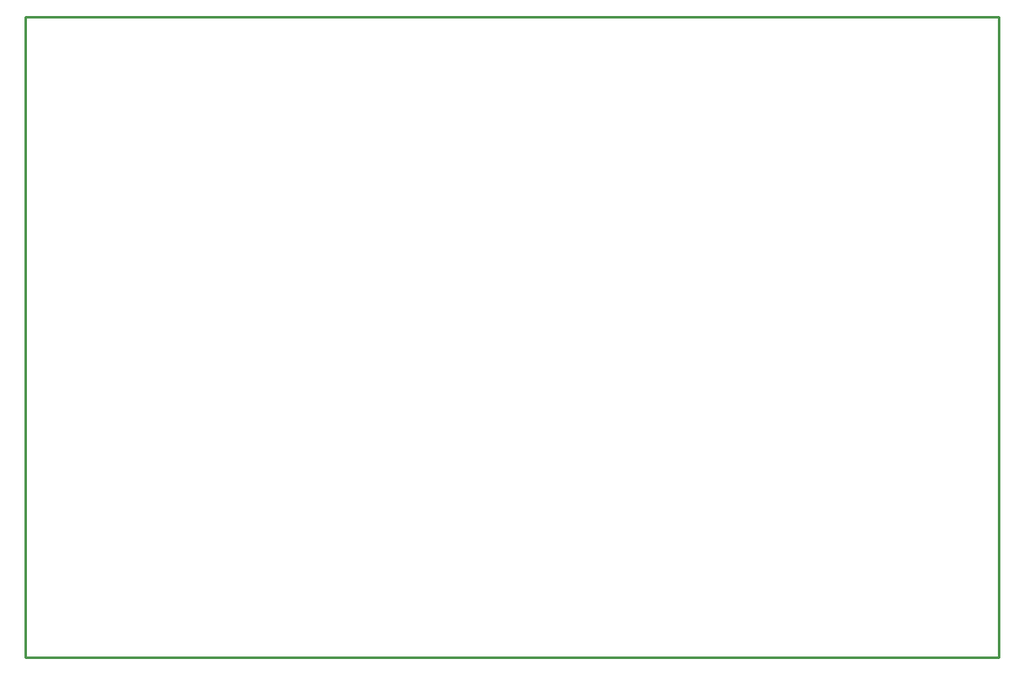
<source format=gbr>
G04 EAGLE Gerber RS-274X export*
G75*
%MOMM*%
%FSLAX34Y34*%
%LPD*%
%IN*%
%IPPOS*%
%AMOC8*
5,1,8,0,0,1.08239X$1,22.5*%
G01*
%ADD10C,0.254000*%


D10*
X0Y0D02*
X977700Y0D01*
X977700Y644400D01*
X0Y644400D01*
X0Y0D01*
M02*

</source>
